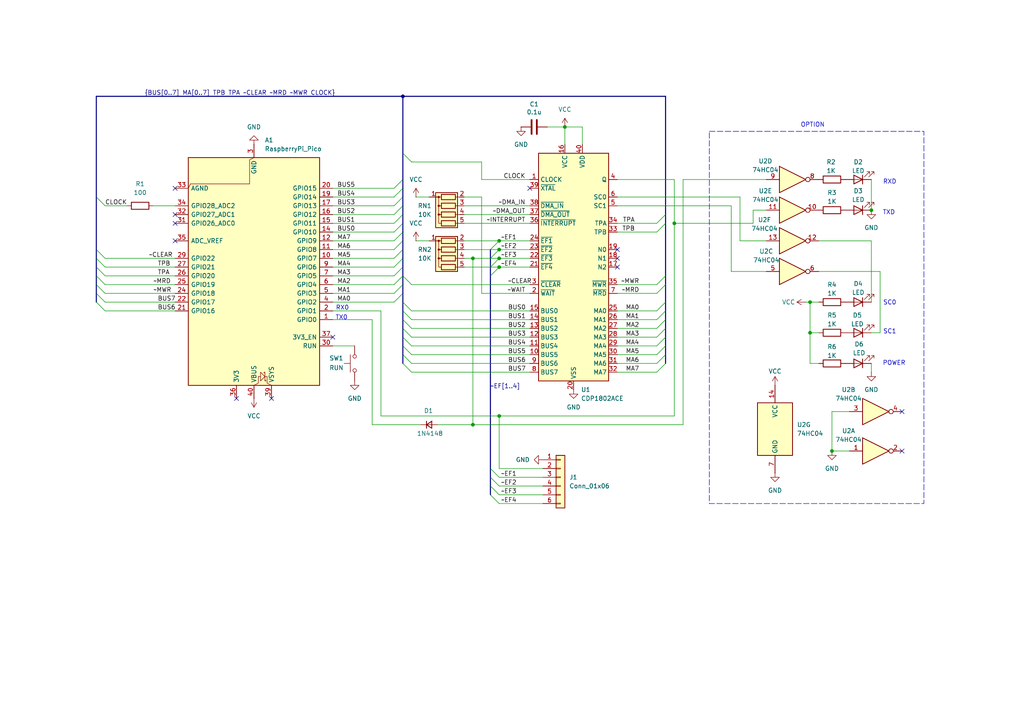
<source format=kicad_sch>
(kicad_sch (version 20250114) (generator "eeschema") (generator_version "9.0")
  (paper "A4")
  (title_block (title "Pico2MEMEmu_COSMAC") (date "2025-10-25") (rev "0.1") (company "kanpapa.com"))
  (lib_symbols
    (symbol "74xx:74HC04"
      (property "Reference" "U" (at 0 1.27 0))
      (property "Value" "74HC04" (at 0 -1.27 0))
      (symbol "74HC04_1_0"
        (polyline (pts (xy -3.81 3.81) (xy -3.81 -3.81) (xy 3.81 0) (xy -3.81 3.81)) (stroke (width 0.254)) (fill (type background)))
        (pin input line (at -7.62 0 0) (length 3.81) (name "~") (number "1"))
        (pin output inverted (at 7.62 0 180) (length 3.81) (name "~") (number "2"))
      )
      (symbol "74HC04_2_0"
        (polyline (pts (xy -3.81 3.81) (xy -3.81 -3.81) (xy 3.81 0) (xy -3.81 3.81)) (stroke (width 0.254)) (fill (type background)))
        (pin input line (at -7.62 0 0) (length 3.81) (name "~") (number "3"))
        (pin output inverted (at 7.62 0 180) (length 3.81) (name "~") (number "4"))
      )
      (symbol "74HC04_3_0"
        (polyline (pts (xy -3.81 3.81) (xy -3.81 -3.81) (xy 3.81 0) (xy -3.81 3.81)) (stroke (width 0.254)) (fill (type background)))
        (pin input line (at -7.62 0 0) (length 3.81) (name "~") (number "5"))
        (pin output inverted (at 7.62 0 180) (length 3.81) (name "~") (number "6"))
      )
      (symbol "74HC04_4_0"
        (polyline (pts (xy -3.81 3.81) (xy -3.81 -3.81) (xy 3.81 0) (xy -3.81 3.81)) (stroke (width 0.254)) (fill (type background)))
        (pin input line (at -7.62 0 0) (length 3.81) (name "~") (number "9"))
        (pin output inverted (at 7.62 0 180) (length 3.81) (name "~") (number "8"))
      )
      (symbol "74HC04_5_0"
        (polyline (pts (xy -3.81 3.81) (xy -3.81 -3.81) (xy 3.81 0) (xy -3.81 3.81)) (stroke (width 0.254)) (fill (type background)))
        (pin input line (at -7.62 0 0) (length 3.81) (name "~") (number "11"))
        (pin output inverted (at 7.62 0 180) (length 3.81) (name "~") (number "10"))
      )
      (symbol "74HC04_6_0"
        (polyline (pts (xy -3.81 3.81) (xy -3.81 -3.81) (xy 3.81 0) (xy -3.81 3.81)) (stroke (width 0.254)) (fill (type background)))
        (pin input line (at -7.62 0 0) (length 3.81) (name "~") (number "13"))
        (pin output inverted (at 7.62 0 180) (length 3.81) (name "~") (number "12"))
      )
      (symbol "74HC04_7_0"
        (pin power_in line (at 0 12.7 270) (length 5.08) (name "VCC") (number "14"))
        (pin power_in line (at 0 -12.7 90) (length 5.08) (name "GND") (number "7"))
      )
      (symbol "74HC04_7_1"
        (rectangle (start -5.08 7.62) (end 5.08 -7.62) (stroke (width 0.254)) (fill (type background)))
      )
    )
    (symbol "CPU:CDP1802ACE"
      (property "Reference" "U" (at -10.16 34.29 0))
      (property "Value" "CDP1802ACE" (at 3.81 34.29 0))
      (symbol "CDP1802ACE_0_1"
        (rectangle (start -10.16 33.02) (end 10.16 -33.02) (stroke (width 0.254)) (fill (type background)))
      )
      (symbol "CDP1802ACE_1_1"
        (pin input line (at -12.7 25.4 0) (length 2.54) (name "CLOCK") (number "1"))
        (pin output line (at -12.7 22.86 0) (length 2.54) (name "~{XTAL}") (number "39"))
        (pin input line (at -12.7 17.78 0) (length 2.54) (name "~{DMA_IN}") (number "38"))
        (pin input line (at -12.7 15.24 0) (length 2.54) (name "~{DMA_OUT}") (number "37"))
        (pin input line (at -12.7 12.7 0) (length 2.54) (name "~{INTERRUPT}") (number "36"))
        (pin input line (at -12.7 7.62 0) (length 2.54) (name "~{EF1}") (number "24"))
        (pin input line (at -12.7 5.08 0) (length 2.54) (name "~{EF2}") (number "23"))
        (pin input line (at -12.7 2.54 0) (length 2.54) (name "~{EF3}") (number "22"))
        (pin input line (at -12.7 0 0) (length 2.54) (name "~{EF4}") (number "21"))
        (pin input line (at -12.7 -5.08 0) (length 2.54) (name "~{CLEAR}") (number "3"))
        (pin input line (at -12.7 -7.62 0) (length 2.54) (name "~{WAIT}") (number "2"))
        (pin bidirectional line (at -12.7 -12.7 0) (length 2.54) (name "BUS0") (number "15"))
        (pin bidirectional line (at -12.7 -15.24 0) (length 2.54) (name "BUS1") (number "14"))
        (pin bidirectional line (at -12.7 -17.78 0) (length 2.54) (name "BUS2") (number "13"))
        (pin bidirectional line (at -12.7 -20.32 0) (length 2.54) (name "BUS3") (number "12"))
        (pin bidirectional line (at -12.7 -22.86 0) (length 2.54) (name "BUS4") (number "11"))
        (pin bidirectional line (at -12.7 -25.4 0) (length 2.54) (name "BUS5") (number "10"))
        (pin bidirectional line (at -12.7 -27.94 0) (length 2.54) (name "BUS6") (number "9"))
        (pin bidirectional line (at -12.7 -30.48 0) (length 2.54) (name "BUS7") (number "8"))
        (pin power_in line (at -2.54 35.56 270) (length 2.54) (name "VCC") (number "16"))
        (pin power_in line (at 0 -35.56 90) (length 2.54) (name "VSS") (number "20"))
        (pin power_in line (at 2.54 35.56 270) (length 2.54) (name "VDD") (number "40"))
        (pin output line (at 12.7 25.4 180) (length 2.54) (name "Q") (number "4"))
        (pin output line (at 12.7 20.32 180) (length 2.54) (name "SC0") (number "6"))
        (pin output line (at 12.7 17.78 180) (length 2.54) (name "SC1") (number "5"))
        (pin output line (at 12.7 12.7 180) (length 2.54) (name "TPA") (number "34"))
        (pin output line (at 12.7 10.16 180) (length 2.54) (name "TPB") (number "33"))
        (pin output line (at 12.7 5.08 180) (length 2.54) (name "N0") (number "19"))
        (pin output line (at 12.7 2.54 180) (length 2.54) (name "N1") (number "18"))
        (pin output line (at 12.7 0 180) (length 2.54) (name "N2") (number "17"))
        (pin output line (at 12.7 -5.08 180) (length 2.54) (name "~{MWR}") (number "35"))
        (pin output line (at 12.7 -7.62 180) (length 2.54) (name "~{MRD}") (number "7"))
        (pin output line (at 12.7 -12.7 180) (length 2.54) (name "MA0") (number "25"))
        (pin output line (at 12.7 -15.24 180) (length 2.54) (name "MA1") (number "26"))
        (pin output line (at 12.7 -17.78 180) (length 2.54) (name "MA2") (number "27"))
        (pin output line (at 12.7 -20.32 180) (length 2.54) (name "MA3") (number "28"))
        (pin output line (at 12.7 -22.86 180) (length 2.54) (name "MA4") (number "29"))
        (pin output line (at 12.7 -25.4 180) (length 2.54) (name "MA5") (number "30"))
        (pin output line (at 12.7 -27.94 180) (length 2.54) (name "MA6") (number "31"))
        (pin output line (at 12.7 -30.48 180) (length 2.54) (name "MA7") (number "32"))
      )
    )
    (symbol "Connector_Generic:Conn_01x06" (pin_names (offset 1.016) (hide yes))
      (property "Reference" "J" (at 0 7.62 0))
      (property "Value" "Conn_01x06" (at 0 -10.16 0))
      (symbol "Conn_01x06_1_1"
        (rectangle (start -1.27 6.35) (end 1.27 -8.89) (stroke (width 0.254)) (fill (type background)))
        (rectangle (start -1.27 5.207) (end 0 4.953) (stroke (width 0.1524)))
        (rectangle (start -1.27 2.667) (end 0 2.413) (stroke (width 0.1524)))
        (rectangle (start -1.27 0.127) (end 0 -0.127) (stroke (width 0.1524)))
        (rectangle (start -1.27 -2.413) (end 0 -2.667) (stroke (width 0.1524)))
        (rectangle (start -1.27 -4.953) (end 0 -5.207) (stroke (width 0.1524)))
        (rectangle (start -1.27 -7.493) (end 0 -7.747) (stroke (width 0.1524)))
        (pin passive line (at -5.08 5.08 0) (length 3.81) (name "Pin_1") (number "1"))
        (pin passive line (at -5.08 2.54 0) (length 3.81) (name "Pin_2") (number "2"))
        (pin passive line (at -5.08 0 0) (length 3.81) (name "Pin_3") (number "3"))
        (pin passive line (at -5.08 -2.54 0) (length 3.81) (name "Pin_4") (number "4"))
        (pin passive line (at -5.08 -5.08 0) (length 3.81) (name "Pin_5") (number "5"))
        (pin passive line (at -5.08 -7.62 0) (length 3.81) (name "Pin_6") (number "6"))
      )
    )
    (symbol "Device:C" (pin_numbers (hide yes)) (pin_names (offset 0.254))
      (property "Reference" "C" (at 0.635 2.54 0))
      (property "Value" "C" (at 0.635 -2.54 0))
      (symbol "C_0_1"
        (polyline (pts (xy -2.032 0.762) (xy 2.032 0.762)) (stroke (width 0.508)))
        (polyline (pts (xy -2.032 -0.762) (xy 2.032 -0.762)) (stroke (width 0.508)))
      )
      (symbol "C_1_1"
        (pin passive line (at 0 3.81 270) (length 2.794) (name "~") (number "1"))
        (pin passive line (at 0 -3.81 90) (length 2.794) (name "~") (number "2"))
      )
    )
    (symbol "Device:D_Small" (pin_numbers (hide yes)) (pin_names (offset 0.254) (hide yes))
      (property "Reference" "D" (at -1.27 2.032 0))
      (property "Value" "D_Small" (at -3.81 -2.032 0))
      (symbol "D_Small_0_1"
        (polyline (pts (xy -0.762 0) (xy 0.762 0)))
        (polyline (pts (xy -0.762 -1.016) (xy -0.762 1.016)) (stroke (width 0.254)))
        (polyline (pts (xy 0.762 -1.016) (xy -0.762 0) (xy 0.762 1.016) (xy 0.762 -1.016)) (stroke (width 0.254)))
      )
      (symbol "D_Small_1_1"
        (pin passive line (at -2.54 0 0) (length 1.778) (name "K") (number "1"))
        (pin passive line (at 2.54 0 180) (length 1.778) (name "A") (number "2"))
      )
    )
    (symbol "Device:LED" (pin_numbers (hide yes)) (pin_names (offset 1.016) (hide yes))
      (property "Reference" "D" (at 0 2.54 0))
      (property "Value" "LED" (at 0 -2.54 0))
      (symbol "LED_0_1"
        (polyline (pts (xy -3.048 -0.762) (xy -4.572 -2.286) (xy -3.81 -2.286) (xy -4.572 -2.286) (xy -4.572 -1.524)))
        (polyline (pts (xy -1.778 -0.762) (xy -3.302 -2.286) (xy -2.54 -2.286) (xy -3.302 -2.286) (xy -3.302 -1.524)))
        (polyline (pts (xy -1.27 0) (xy 1.27 0)))
        (polyline (pts (xy -1.27 -1.27) (xy -1.27 1.27)) (stroke (width 0.254)))
        (polyline (pts (xy 1.27 -1.27) (xy 1.27 1.27) (xy -1.27 0) (xy 1.27 -1.27)) (stroke (width 0.254)))
      )
      (symbol "LED_1_1"
        (pin passive line (at -3.81 0 0) (length 2.54) (name "K") (number "1"))
        (pin passive line (at 3.81 0 180) (length 2.54) (name "A") (number "2"))
      )
    )
    (symbol "Device:R" (pin_numbers (hide yes)) (pin_names (offset 0))
      (property "Reference" "R" (at 2.032 0 90))
      (property "Value" "R" (at 0 0 90))
      (symbol "R_0_1"
        (rectangle (start -1.016 -2.54) (end 1.016 2.54) (stroke (width 0.254)))
      )
      (symbol "R_1_1"
        (pin passive line (at 0 3.81 270) (length 1.27) (name "~") (number "1"))
        (pin passive line (at 0 -3.81 90) (length 1.27) (name "~") (number "2"))
      )
    )
    (symbol "Device:R_Network04" (pin_names (offset 0) (hide yes))
      (property "Reference" "RN" (at -7.62 0 90))
      (property "Value" "R_Network04" (at 5.08 0 90))
      (symbol "R_Network04_0_1"
        (rectangle (start -6.35 -3.175) (end 3.81 3.175) (stroke (width 0.254)) (fill (type background)))
        (rectangle (start -5.842 1.524) (end -4.318 -2.54) (stroke (width 0.254)))
        (circle (center -5.08 2.286) (radius 0.254) (fill (type outline)))
        (polyline (pts (xy -5.08 1.524) (xy -5.08 2.286) (xy -2.54 2.286) (xy -2.54 1.524)))
        (polyline (pts (xy -5.08 -2.54) (xy -5.08 -3.81)))
        (rectangle (start -3.302 1.524) (end -1.778 -2.54) (stroke (width 0.254)))
        (circle (center -2.54 2.286) (radius 0.254) (fill (type outline)))
        (polyline (pts (xy -2.54 1.524) (xy -2.54 2.286) (xy 0 2.286) (xy 0 1.524)))
        (polyline (pts (xy -2.54 -2.54) (xy -2.54 -3.81)))
        (rectangle (start -0.762 1.524) (end 0.762 -2.54) (stroke (width 0.254)))
        (circle (center 0 2.286) (radius 0.254) (fill (type outline)))
        (polyline (pts (xy 0 1.524) (xy 0 2.286) (xy 2.54 2.286) (xy 2.54 1.524)))
        (polyline (pts (xy 0 -2.54) (xy 0 -3.81)))
        (rectangle (start 1.778 1.524) (end 3.302 -2.54) (stroke (width 0.254)))
        (polyline (pts (xy 2.54 -2.54) (xy 2.54 -3.81)))
      )
      (symbol "R_Network04_1_1"
        (pin passive line (at -5.08 5.08 270) (length 2.54) (name "common") (number "1"))
        (pin passive line (at -5.08 -5.08 90) (length 1.27) (name "R1") (number "2"))
        (pin passive line (at -2.54 -5.08 90) (length 1.27) (name "R2") (number "3"))
        (pin passive line (at 0 -5.08 90) (length 1.27) (name "R3") (number "4"))
        (pin passive line (at 2.54 -5.08 90) (length 1.27) (name "R4") (number "5"))
      )
    )
    (symbol "GND_1" (power) (pin_numbers (hide yes)) (pin_names (offset 0) (hide yes))
      (property "Value" "GND" (at 0 -3.81 0))
      (symbol "GND_1_0_1"
        (polyline (pts (xy 0 0) (xy 0 -1.27) (xy 1.27 -1.27) (xy 0 -2.54) (xy -1.27 -1.27) (xy 0 -1.27)))
      )
      (symbol "GND_1_1_1"
        (pin power_in line (at 0 0 270) (length 0) (name "~") (number "1"))
      )
    )
    (symbol "GND_3" (power) (pin_numbers (hide yes)) (pin_names (offset 0) (hide yes))
      (property "Value" "GND" (at 0 -3.81 0))
      (symbol "GND_3_0_1"
        (polyline (pts (xy 0 0) (xy 0 -1.27) (xy 1.27 -1.27) (xy 0 -2.54) (xy -1.27 -1.27) (xy 0 -1.27)))
      )
      (symbol "GND_3_1_1"
        (pin power_in line (at 0 0 270) (length 0) (name "~") (number "1"))
      )
    )
    (symbol "MCU_Module:RaspberryPi_Pico" (pin_names (offset 0.762))
      (property "Reference" "A" (at -19.05 35.56 0))
      (property "Value" "RaspberryPi_Pico" (at 7.62 35.56 0))
      (symbol "RaspberryPi_Pico_0_1"
        (rectangle (start -19.05 34.29) (end 19.05 -31.75) (stroke (width 0.254)) (fill (type background)))
        (polyline (pts (xy -5.08 34.29) (xy -3.81 33.655) (xy -3.81 31.75) (xy -3.175 31.75)))
        (polyline (pts (xy -3.429 32.766) (xy -3.429 33.02) (xy -3.175 33.02) (xy -3.175 30.48) (xy -2.921 30.48) (xy -2.921 30.734)))
        (polyline (pts (xy -3.175 31.75) (xy -1.905 33.02) (xy -1.905 30.48) (xy -3.175 31.75)))
        (polyline (pts (xy 0 34.29) (xy -1.27 33.655) (xy -1.27 31.75) (xy -1.905 31.75)))
        (polyline (pts (xy 0 -31.75) (xy 1.27 -31.115) (xy 1.27 -24.13) (xy 18.415 -24.13) (xy 19.05 -22.86)))
      )
      (symbol "RaspberryPi_Pico_1_1"
        (pin passive line (at -22.86 22.86 0) (length 3.81) (name "RUN") (number "30"))
        (pin passive line (at -22.86 20.32 0) (length 3.81) (name "3V3_EN") (number "37"))
        (pin bidirectional line (at -22.86 15.24 0) (length 3.81) (name "GPIO0") (number "1"))
        (pin bidirectional line (at -22.86 12.7 0) (length 3.81) (name "GPIO1") (number "2"))
        (pin bidirectional line (at -22.86 10.16 0) (length 3.81) (name "GPIO2") (number "4"))
        (pin bidirectional line (at -22.86 7.62 0) (length 3.81) (name "GPIO3") (number "5"))
        (pin bidirectional line (at -22.86 5.08 0) (length 3.81) (name "GPIO4") (number "6"))
        (pin bidirectional line (at -22.86 2.54 0) (length 3.81) (name "GPIO5") (number "7"))
        (pin bidirectional line (at -22.86 0 0) (length 3.81) (name "GPIO6") (number "9"))
        (pin bidirectional line (at -22.86 -2.54 0) (length 3.81) (name "GPIO7") (number "10"))
        (pin bidirectional line (at -22.86 -5.08 0) (length 3.81) (name "GPIO8") (number "11"))
        (pin bidirectional line (at -22.86 -7.62 0) (length 3.81) (name "GPIO9") (number "12"))
        (pin bidirectional line (at -22.86 -10.16 0) (length 3.81) (name "GPIO10") (number "14"))
        (pin bidirectional line (at -22.86 -12.7 0) (length 3.81) (name "GPIO11") (number "15"))
        (pin bidirectional line (at -22.86 -15.24 0) (length 3.81) (name "GPIO12") (number "16"))
        (pin bidirectional line (at -22.86 -17.78 0) (length 3.81) (name "GPIO13") (number "17"))
        (pin bidirectional line (at -22.86 -20.32 0) (length 3.81) (name "GPIO14") (number "19"))
        (pin bidirectional line (at -22.86 -22.86 0) (length 3.81) (name "GPIO15") (number "20"))
        (pin power_in line (at -5.08 38.1 270) (length 3.81) (name "VSYS") (number "39"))
        (pin power_out line (at 0 38.1 270) (length 3.81) (name "VBUS") (number "40"))
        (pin passive line (at 0 -35.56 90) (length 3.81) (hide yes) (name "GND") (number "13"))
        (pin passive line (at 0 -35.56 90) (length 3.81) (hide yes) (name "GND") (number "18"))
        (pin passive line (at 0 -35.56 90) (length 3.81) (hide yes) (name "GND") (number "23"))
        (pin passive line (at 0 -35.56 90) (length 3.81) (hide yes) (name "GND") (number "28"))
        (pin power_out line (at 0 -35.56 90) (length 3.81) (name "GND") (number "3"))
        (pin passive line (at 0 -35.56 90) (length 3.81) (hide yes) (name "GND") (number "38"))
        (pin passive line (at 0 -35.56 90) (length 3.81) (hide yes) (name "GND") (number "8"))
        (pin power_out line (at 5.08 38.1 270) (length 3.81) (name "3V3") (number "36"))
        (pin bidirectional line (at 22.86 12.7 180) (length 3.81) (name "GPIO16") (number "21"))
        (pin bidirectional line (at 22.86 10.16 180) (length 3.81) (name "GPIO17") (number "22"))
        (pin bidirectional line (at 22.86 7.62 180) (length 3.81) (name "GPIO18") (number "24"))
        (pin bidirectional line (at 22.86 5.08 180) (length 3.81) (name "GPIO19") (number "25"))
        (pin bidirectional line (at 22.86 2.54 180) (length 3.81) (name "GPIO20") (number "26"))
        (pin bidirectional line (at 22.86 0 180) (length 3.81) (name "GPIO21") (number "27"))
        (pin bidirectional line (at 22.86 -2.54 180) (length 3.81) (name "GPIO22") (number "29"))
        (pin power_in line (at 22.86 -7.62 180) (length 3.81) (name "ADC_VREF") (number "35"))
        (pin bidirectional line (at 22.86 -12.7 180) (length 3.81) (name "GPIO26_ADC0") (number "31"))
        (pin bidirectional line (at 22.86 -15.24 180) (length 3.81) (name "GPIO27_ADC1") (number "32"))
        (pin bidirectional line (at 22.86 -17.78 180) (length 3.81) (name "GPIO28_ADC2") (number "34"))
        (pin power_out line (at 22.86 -22.86 180) (length 3.81) (name "AGND") (number "33"))
      )
    )
    (symbol "Switch:SW_Push" (pin_numbers (hide yes)) (pin_names (offset 1.016) (hide yes))
      (property "Reference" "SW" (at 1.27 2.54 0))
      (property "Value" "SW_Push" (at 0 -1.524 0))
      (symbol "SW_Push_0_1"
        (circle (center -2.032 0) (radius 0.508))
        (polyline (pts (xy 0 1.27) (xy 0 3.048)))
        (circle (center 2.032 0) (radius 0.508))
        (polyline (pts (xy 2.54 1.27) (xy -2.54 1.27)))
        (pin passive line (at -5.08 0 0) (length 2.54) (name "1") (number "1"))
        (pin passive line (at 5.08 0 180) (length 2.54) (name "2") (number "2"))
      )
    )
    (symbol "VCC_1" (power) (pin_numbers (hide yes)) (pin_names (offset 0) (hide yes))
      (property "Value" "VCC" (at 0 3.556 0))
      (symbol "VCC_1_0_1"
        (polyline (pts (xy -0.762 1.27) (xy 0 2.54)))
        (polyline (pts (xy 0 2.54) (xy 0.762 1.27)))
        (polyline (pts (xy 0 0) (xy 0 2.54)))
      )
      (symbol "VCC_1_1_1"
        (pin power_in line (at 0 0 90) (length 0) (name "~") (number "1"))
      )
    )
    (symbol "power:GND" (power) (pin_numbers (hide yes)) (pin_names (offset 0) (hide yes))
      (property "Value" "GND" (at 0 -3.81 0))
      (symbol "GND_0_1"
        (polyline (pts (xy 0 0) (xy 0 -1.27) (xy 1.27 -1.27) (xy 0 -2.54) (xy -1.27 -1.27) (xy 0 -1.27)))
      )
      (symbol "GND_1_1"
        (pin power_in line (at 0 0 270) (length 0) (name "~") (number "1"))
      )
    )
    (symbol "power:VCC" (power) (pin_numbers (hide yes)) (pin_names (offset 0) (hide yes))
      (property "Value" "VCC" (at 0 3.556 0))
      (symbol "VCC_0_1"
        (polyline (pts (xy -0.762 1.27) (xy 0 2.54)))
        (polyline (pts (xy 0 2.54) (xy 0.762 1.27)))
        (polyline (pts (xy 0 0) (xy 0 2.54)))
      )
      (symbol "VCC_1_1"
        (pin power_in line (at 0 0 90) (length 0) (name "~") (number "1"))
      )
    )
  )
  (rectangle (start 205.74 38.1) (end 267.97 146.05) (stroke (width 0) (type dash)))
  (text "SC1" (at 258.064 96.266 0) (effects (font (size 1.27 1.27))))
  (text "RX0" (at 99.314 89.408 0) (effects (font (size 1.27 1.27))))
  (text "TXD" (at 257.81 61.722 0) (effects (font (size 1.27 1.27))))
  (text "TX0" (at 99.06 92.202 0) (effects (font (size 1.27 1.27))))
  (text "OPTION" (at 235.712 36.322 0) (effects (font (size 1.27 1.27))))
  (text "POWER" (at 259.334 105.41 0) (effects (font (size 1.27 1.27))))
  (text "RXD" (at 258.064 52.832 0) (effects (font (size 1.27 1.27))))
  (text "SC0" (at 258.064 87.884 0) (effects (font (size 1.27 1.27))))
  (junction (at 144.78 74.93))
  (junction (at 252.73 60.96))
  (junction (at 195.58 64.77))
  (junction (at 163.83 36.83))
  (junction (at 144.78 77.47))
  (junction (at 137.16 74.93))
  (junction (at 144.78 120.65))
  (junction (at 241.3 130.81))
  (junction (at 234.95 87.63))
  (junction (at 234.95 96.52))
  (junction (at 144.78 69.85))
  (junction (at 137.16 123.19))
  (junction (at 144.78 72.39))
  (junction (at 116.84 27.94))
  (no_connect (at 153.67 54.61))
  (no_connect (at 261.62 130.81))
  (no_connect (at 78.74 115.57))
  (no_connect (at 50.8 69.85))
  (no_connect (at 68.58 115.57))
  (no_connect (at 179.07 72.39))
  (no_connect (at 179.07 77.47))
  (no_connect (at 50.8 64.77))
  (no_connect (at 179.07 74.93))
  (no_connect (at 96.52 97.79))
  (no_connect (at 261.62 119.38))
  (no_connect (at 50.8 62.23))
  (no_connect (at 50.8 54.61))
  (bus_entry (at 27.94 77.47) (size 2.54 2.54))
  (bus_entry (at 116.84 62.23) (size -2.54 2.54))
  (bus_entry (at 27.94 85.09) (size 2.54 2.54))
  (bus_entry (at 190.5 85.09) (size 2.54 -2.54))
  (bus_entry (at 142.24 135.89) (size 2.54 2.54))
  (bus_entry (at 27.94 82.55) (size 2.54 2.54))
  (bus_entry (at 119.38 97.79) (size -2.54 -2.54))
  (bus_entry (at 116.84 87.63) (size 2.54 2.54))
  (bus_entry (at 116.84 44.45) (size 2.54 2.54))
  (bus_entry (at 142.24 138.43) (size 2.54 2.54))
  (bus_entry (at 119.38 102.87) (size -2.54 -2.54))
  (bus_entry (at 27.94 80.01) (size 2.54 2.54))
  (bus_entry (at 116.84 80.01) (size -2.54 2.54))
  (bus_entry (at 119.38 105.41) (size -2.54 -2.54))
  (bus_entry (at 190.5 92.71) (size 2.54 -2.54))
  (bus_entry (at 116.84 74.93) (size -2.54 2.54))
  (bus_entry (at 190.5 64.77) (size 2.54 -2.54))
  (bus_entry (at 114.3 59.69) (size 2.54 -2.54))
  (bus_entry (at 142.24 143.51) (size 2.54 2.54))
  (bus_entry (at 116.84 59.69) (size -2.54 2.54))
  (bus_entry (at 116.84 85.09) (size -2.54 2.54))
  (bus_entry (at 142.24 80.01) (size 2.54 -2.54))
  (bus_entry (at 119.38 95.25) (size -2.54 -2.54))
  (bus_entry (at 190.5 100.33) (size 2.54 -2.54))
  (bus_entry (at 190.5 105.41) (size 2.54 -2.54))
  (bus_entry (at 116.84 77.47) (size -2.54 2.54))
  (bus_entry (at 116.84 52.07) (size -2.54 2.54))
  (bus_entry (at 27.94 57.15) (size 2.54 2.54))
  (bus_entry (at 116.84 82.55) (size -2.54 2.54))
  (bus_entry (at 119.38 100.33) (size -2.54 -2.54))
  (bus_entry (at 190.5 82.55) (size 2.54 -2.54))
  (bus_entry (at 116.84 64.77) (size -2.54 2.54))
  (bus_entry (at 142.24 74.93) (size 2.54 -2.54))
  (bus_entry (at 116.84 54.61) (size -2.54 2.54))
  (bus_entry (at 190.5 107.95) (size 2.54 -2.54))
  (bus_entry (at 190.5 95.25) (size 2.54 -2.54))
  (bus_entry (at 142.24 140.97) (size 2.54 2.54))
  (bus_entry (at 142.24 72.39) (size 2.54 -2.54))
  (bus_entry (at 114.3 72.39) (size 2.54 -2.54))
  (bus_entry (at 27.94 74.93) (size 2.54 2.54))
  (bus_entry (at 190.5 97.79) (size 2.54 -2.54))
  (bus_entry (at 27.94 87.63) (size 2.54 2.54))
  (bus_entry (at 119.38 82.55) (size -2.54 -2.54))
  (bus_entry (at 27.94 72.39) (size 2.54 2.54))
  (bus_entry (at 190.5 102.87) (size 2.54 -2.54))
  (bus_entry (at 190.5 67.31) (size 2.54 -2.54))
  (bus_entry (at 119.38 107.95) (size -2.54 -2.54))
  (bus_entry (at 190.5 90.17) (size 2.54 -2.54))
  (bus_entry (at 116.84 67.31) (size -2.54 2.54))
  (bus_entry (at 116.84 72.39) (size -2.54 2.54))
  (bus_entry (at 142.24 77.47) (size 2.54 -2.54))
  (bus_entry (at 119.38 92.71) (size -2.54 -2.54))
  (wire (pts (xy 168.91 36.83) (xy 168.91 41.91)))
  (bus (pts (xy 116.84 87.63) (xy 116.84 90.17)))
  (wire (pts (xy 241.3 130.81) (xy 246.38 130.81)))
  (bus (pts (xy 142.24 135.89) (xy 142.24 138.43)))
  (bus (pts (xy 116.84 77.47) (xy 116.84 74.93)))
  (wire (pts (xy 163.83 36.83) (xy 168.91 36.83)))
  (bus (pts (xy 193.04 62.23) (xy 193.04 64.77)))
  (wire (pts (xy 119.38 95.25) (xy 153.67 95.25)))
  (bus (pts (xy 142.24 80.01) (xy 142.24 135.89)))
  (wire (pts (xy 119.38 102.87) (xy 153.67 102.87)))
  (bus (pts (xy 27.94 77.47) (xy 27.94 80.01)))
  (wire (pts (xy 237.49 78.74) (xy 255.27 78.74)))
  (wire (pts (xy 96.52 64.77) (xy 114.3 64.77)))
  (bus (pts (xy 142.24 140.97) (xy 142.24 143.51)))
  (wire (pts (xy 134.62 77.47) (xy 142.24 77.47)))
  (bus (pts (xy 116.84 97.79) (xy 116.84 95.25)))
  (wire (pts (xy 119.38 100.33) (xy 153.67 100.33)))
  (bus (pts (xy 142.24 77.47) (xy 142.24 80.01)))
  (wire (pts (xy 110.49 120.65) (xy 110.49 90.17)))
  (wire (pts (xy 179.07 64.77) (xy 190.5 64.77)))
  (wire (pts (xy 218.44 64.77) (xy 218.44 60.96)))
  (wire (pts (xy 134.62 59.69) (xy 153.67 59.69)))
  (wire (pts (xy 142.24 72.39) (xy 144.78 72.39)))
  (wire (pts (xy 30.48 87.63) (xy 50.8 87.63)))
  (wire (pts (xy 212.09 59.69) (xy 212.09 78.74)))
  (wire (pts (xy 144.78 77.47) (xy 153.67 77.47)))
  (bus (pts (xy 116.84 95.25) (xy 116.84 92.71)))
  (wire (pts (xy 195.58 64.77) (xy 195.58 120.65)))
  (wire (pts (xy 234.95 87.63) (xy 234.95 96.52)))
  (wire (pts (xy 30.48 59.69) (xy 36.83 59.69)))
  (bus (pts (xy 193.04 82.55) (xy 193.04 87.63)))
  (wire (pts (xy 252.73 69.85) (xy 252.73 87.63)))
  (wire (pts (xy 96.52 92.71) (xy 107.95 92.71)))
  (wire (pts (xy 190.5 90.17) (xy 179.07 90.17)))
  (bus (pts (xy 193.04 100.33) (xy 193.04 102.87)))
  (wire (pts (xy 195.58 52.07) (xy 195.58 64.77)))
  (wire (pts (xy 237.49 69.85) (xy 252.73 69.85)))
  (wire (pts (xy 119.38 46.99) (xy 139.7 46.99)))
  (wire (pts (xy 139.7 52.07) (xy 139.7 46.99)))
  (wire (pts (xy 252.73 52.07) (xy 252.73 60.96)))
  (wire (pts (xy 144.78 143.51) (xy 157.48 143.51)))
  (wire (pts (xy 144.78 74.93) (xy 153.67 74.93)))
  (wire (pts (xy 134.62 64.77) (xy 153.67 64.77)))
  (bus (pts (xy 193.04 27.94) (xy 193.04 62.23)))
  (wire (pts (xy 119.38 82.55) (xy 153.67 82.55)))
  (bus (pts (xy 116.84 54.61) (xy 116.84 57.15)))
  (wire (pts (xy 110.49 90.17) (xy 96.52 90.17)))
  (bus (pts (xy 27.94 85.09) (xy 27.94 87.63)))
  (wire (pts (xy 144.78 135.89) (xy 144.78 120.65)))
  (wire (pts (xy 163.83 36.83) (xy 163.83 41.91)))
  (wire (pts (xy 119.38 107.95) (xy 153.67 107.95)))
  (wire (pts (xy 255.27 78.74) (xy 255.27 96.52)))
  (wire (pts (xy 179.07 67.31) (xy 190.5 67.31)))
  (wire (pts (xy 139.7 85.09) (xy 153.67 85.09)))
  (bus (pts (xy 27.94 57.15) (xy 27.94 72.39)))
  (wire (pts (xy 44.45 59.69) (xy 50.8 59.69)))
  (bus (pts (xy 116.84 69.85) (xy 116.84 67.31)))
  (bus (pts (xy 116.84 52.07) (xy 116.84 54.61)))
  (bus (pts (xy 116.84 27.94) (xy 116.84 44.45)))
  (wire (pts (xy 234.95 105.41) (xy 237.49 105.41)))
  (bus (pts (xy 193.04 64.77) (xy 193.04 80.01)))
  (wire (pts (xy 96.52 72.39) (xy 114.3 72.39)))
  (wire (pts (xy 214.63 57.15) (xy 214.63 69.85)))
  (bus (pts (xy 27.94 27.94) (xy 27.94 57.15)))
  (wire (pts (xy 212.09 78.74) (xy 222.25 78.74)))
  (wire (pts (xy 134.62 62.23) (xy 153.67 62.23)))
  (wire (pts (xy 96.52 85.09) (xy 114.3 85.09)))
  (wire (pts (xy 198.12 52.07) (xy 198.12 123.19)))
  (wire (pts (xy 179.07 57.15) (xy 214.63 57.15)))
  (bus (pts (xy 116.84 27.94) (xy 193.04 27.94)))
  (wire (pts (xy 30.48 80.01) (xy 50.8 80.01)))
  (wire (pts (xy 144.78 140.97) (xy 157.48 140.97)))
  (wire (pts (xy 137.16 74.93) (xy 142.24 74.93)))
  (wire (pts (xy 157.48 135.89) (xy 144.78 135.89)))
  (wire (pts (xy 134.62 57.15) (xy 139.7 57.15)))
  (wire (pts (xy 252.73 105.41) (xy 252.73 107.95)))
  (wire (pts (xy 153.67 52.07) (xy 139.7 52.07)))
  (wire (pts (xy 190.5 100.33) (xy 179.07 100.33)))
  (wire (pts (xy 163.83 36.83) (xy 158.75 36.83)))
  (wire (pts (xy 96.52 74.93) (xy 114.3 74.93)))
  (wire (pts (xy 96.52 69.85) (xy 114.3 69.85)))
  (bus (pts (xy 193.04 92.71) (xy 193.04 90.17)))
  (bus (pts (xy 116.84 102.87) (xy 116.84 100.33)))
  (wire (pts (xy 137.16 74.93) (xy 134.62 74.93)))
  (wire (pts (xy 190.5 95.25) (xy 179.07 95.25)))
  (bus (pts (xy 116.84 27.94) (xy 27.94 27.94)))
  (wire (pts (xy 96.52 59.69) (xy 114.3 59.69)))
  (wire (pts (xy 96.52 57.15) (xy 114.3 57.15)))
  (wire (pts (xy 234.95 87.63) (xy 237.49 87.63)))
  (wire (pts (xy 144.78 72.39) (xy 153.67 72.39)))
  (wire (pts (xy 119.38 90.17) (xy 153.67 90.17)))
  (wire (pts (xy 246.38 119.38) (xy 241.3 119.38)))
  (wire (pts (xy 30.48 82.55) (xy 50.8 82.55)))
  (bus (pts (xy 193.04 95.25) (xy 193.04 97.79)))
  (bus (pts (xy 116.84 44.45) (xy 116.84 52.07)))
  (wire (pts (xy 144.78 69.85) (xy 153.67 69.85)))
  (bus (pts (xy 116.84 67.31) (xy 116.84 64.77)))
  (wire (pts (xy 179.07 85.09) (xy 190.5 85.09)))
  (wire (pts (xy 30.48 74.93) (xy 50.8 74.93)))
  (wire (pts (xy 179.07 52.07) (xy 195.58 52.07)))
  (wire (pts (xy 124.46 57.15) (xy 120.65 57.15)))
  (wire (pts (xy 218.44 60.96) (xy 222.25 60.96)))
  (wire (pts (xy 255.27 96.52) (xy 252.73 96.52)))
  (bus (pts (xy 27.94 74.93) (xy 27.94 77.47)))
  (bus (pts (xy 27.94 72.39) (xy 27.94 74.93)))
  (bus (pts (xy 116.84 74.93) (xy 116.84 72.39)))
  (wire (pts (xy 222.25 52.07) (xy 198.12 52.07)))
  (bus (pts (xy 142.24 138.43) (xy 142.24 140.97)))
  (wire (pts (xy 214.63 69.85) (xy 222.25 69.85)))
  (bus (pts (xy 142.24 74.93) (xy 142.24 77.47)))
  (wire (pts (xy 142.24 74.93) (xy 144.78 74.93)))
  (wire (pts (xy 179.07 59.69) (xy 212.09 59.69)))
  (wire (pts (xy 234.95 96.52) (xy 237.49 96.52)))
  (bus (pts (xy 116.84 82.55) (xy 116.84 80.01)))
  (bus (pts (xy 142.24 72.39) (xy 142.24 74.93)))
  (wire (pts (xy 144.78 146.05) (xy 157.48 146.05)))
  (wire (pts (xy 96.52 87.63) (xy 114.3 87.63)))
  (wire (pts (xy 233.68 87.63) (xy 234.95 87.63)))
  (wire (pts (xy 190.5 105.41) (xy 179.07 105.41)))
  (bus (pts (xy 193.04 80.01) (xy 193.04 82.55)))
  (wire (pts (xy 198.12 123.19) (xy 137.16 123.19)))
  (wire (pts (xy 30.48 85.09) (xy 50.8 85.09)))
  (bus (pts (xy 116.84 100.33) (xy 116.84 97.79)))
  (wire (pts (xy 142.24 77.47) (xy 144.78 77.47)))
  (wire (pts (xy 144.78 120.65) (xy 110.49 120.65)))
  (wire (pts (xy 120.65 69.85) (xy 124.46 69.85)))
  (wire (pts (xy 190.5 92.71) (xy 179.07 92.71)))
  (bus (pts (xy 116.84 80.01) (xy 116.84 77.47)))
  (wire (pts (xy 190.5 107.95) (xy 179.07 107.95)))
  (bus (pts (xy 27.94 80.01) (xy 27.94 82.55)))
  (bus (pts (xy 193.04 97.79) (xy 193.04 100.33)))
  (wire (pts (xy 96.52 77.47) (xy 114.3 77.47)))
  (wire (pts (xy 119.38 92.71) (xy 153.67 92.71)))
  (bus (pts (xy 116.84 105.41) (xy 116.84 102.87)))
  (wire (pts (xy 139.7 57.15) (xy 139.7 85.09)))
  (bus (pts (xy 116.84 59.69) (xy 116.84 62.23)))
  (wire (pts (xy 234.95 96.52) (xy 234.95 105.41)))
  (bus (pts (xy 116.84 62.23) (xy 116.84 64.77)))
  (wire (pts (xy 96.52 80.01) (xy 114.3 80.01)))
  (wire (pts (xy 241.3 119.38) (xy 241.3 130.81)))
  (wire (pts (xy 134.62 69.85) (xy 144.78 69.85)))
  (wire (pts (xy 137.16 74.93) (xy 137.16 123.19)))
  (wire (pts (xy 30.48 77.47) (xy 50.8 77.47)))
  (wire (pts (xy 190.5 102.87) (xy 179.07 102.87)))
  (wire (pts (xy 96.52 82.55) (xy 114.3 82.55)))
  (wire (pts (xy 119.38 97.79) (xy 153.67 97.79)))
  (wire (pts (xy 96.52 54.61) (xy 114.3 54.61)))
  (bus (pts (xy 116.84 85.09) (xy 116.84 82.55)))
  (bus (pts (xy 116.84 85.09) (xy 116.84 87.63)))
  (wire (pts (xy 107.95 92.71) (xy 107.95 123.19)))
  (wire (pts (xy 134.62 72.39) (xy 142.24 72.39)))
  (wire (pts (xy 102.87 100.33) (xy 96.52 100.33)))
  (bus (pts (xy 27.94 82.55) (xy 27.94 85.09)))
  (wire (pts (xy 96.52 67.31) (xy 114.3 67.31)))
  (wire (pts (xy 107.95 123.19) (xy 121.92 123.19)))
  (bus (pts (xy 193.04 92.71) (xy 193.04 95.25)))
  (wire (pts (xy 96.52 62.23) (xy 114.3 62.23)))
  (wire (pts (xy 137.16 123.19) (xy 127 123.19)))
  (bus (pts (xy 193.04 90.17) (xy 193.04 87.63)))
  (bus (pts (xy 116.84 57.15) (xy 116.84 59.69)))
  (bus (pts (xy 116.84 72.39) (xy 116.84 69.85)))
  (wire (pts (xy 179.07 82.55) (xy 190.5 82.55)))
  (wire (pts (xy 190.5 97.79) (xy 179.07 97.79)))
  (wire (pts (xy 195.58 64.77) (xy 218.44 64.77)))
  (wire (pts (xy 119.38 105.41) (xy 153.67 105.41)))
  (wire (pts (xy 144.78 138.43) (xy 157.48 138.43)))
  (bus (pts (xy 116.84 92.71) (xy 116.84 90.17)))
  (wire (pts (xy 30.48 90.17) (xy 50.8 90.17)))
  (bus (pts (xy 193.04 102.87) (xy 193.04 105.41)))
  (wire (pts (xy 195.58 120.65) (xy 144.78 120.65)))
  (label "MA0" (at 185.42 90.17 180))
  (label "CLOCK" (at 30.48 59.69 0))
  (label "MA4" (at 97.79 77.47 0))
  (label "BUS2" (at 97.79 62.23 0))
  (label "~INTERRUPT" (at 152.4 64.77 180))
  (label "BUS6" (at 147.32 105.41 0))
  (label "BUS1" (at 97.79 64.77 0))
  (label "~MRD" (at 44.45 82.55 0))
  (label "MA2" (at 185.42 95.25 180))
  (label "BUS0" (at 147.32 90.17 0))
  (label "BUS3" (at 97.79 59.69 0))
  (label "BUS1" (at 147.32 92.71 0))
  (label "BUS6" (at 45.72 90.17 0))
  (label "~EF4" (at 149.86 146.05 180))
  (label "~EF3" (at 149.86 143.51 180))
  (label "~MRD" (at 185.42 85.09 180))
  (label "MA5" (at 185.42 102.87 180))
  (label "MA6" (at 97.79 72.39 0))
  (label "~CLEAR" (at 43.18 74.93 0))
  (label "~EF4" (at 149.86 77.47 180))
  (label "BUS4" (at 147.32 100.33 0))
  (label "~CLEAR" (at 147.32 82.55 0))
  (label "~MWR" (at 44.45 85.09 0))
  (label "MA2" (at 97.79 82.55 0))
  (label "MA7" (at 97.79 69.85 0))
  (label "BUS3" (at 147.32 97.79 0))
  (label "BUS2" (at 147.32 95.25 0))
  (label "MA7" (at 185.42 107.95 180))
  (label "MA1" (at 97.79 85.09 0))
  (label "MA5" (at 97.79 74.93 0))
  (label "MA3" (at 97.79 80.01 0))
  (label "TPB" (at 184.15 67.31 180))
  (label "~EF2" (at 149.86 72.39 180))
  (label "BUS4" (at 97.79 57.15 0))
  (label "~EF[1..4]" (at 142.24 113.03 0))
  (label "BUS7" (at 147.32 107.95 0))
  (label "~EF1" (at 149.86 138.43 180))
  (label "MA4" (at 185.42 100.33 180))
  (label "{BUS[0..7] MA[0..7] TPB TPA ~CLEAR ~MRD ~MWR CLOCK}" (at 41.91 27.94 0))
  (label "TPA" (at 45.72 80.01 0))
  (label "~MWR" (at 185.42 82.55 180))
  (label "BUS0" (at 97.79 67.31 0))
  (label "CLOCK" (at 152.4 52.07 180))
  (label "BUS5" (at 97.79 54.61 0))
  (label "~EF3" (at 149.86 74.93 180))
  (label "BUS5" (at 147.32 102.87 0))
  (label "TPB" (at 45.72 77.47 0))
  (label "BUS7" (at 45.72 87.63 0))
  (label "~WAIT" (at 152.4 85.09 180))
  (label "~DMA_IN" (at 152.4 59.69 180))
  (label "MA6" (at 185.42 105.41 180))
  (label "TPA" (at 184.15 64.77 180))
  (label "~EF2" (at 149.86 140.97 180))
  (label "MA3" (at 185.42 97.79 180))
  (label "~EF1" (at 149.86 69.85 180))
  (label "~DMA_OUT" (at 152.4 62.23 180))
  (label "MA1" (at 185.42 92.71 180))
  (label "MA0" (at 97.79 87.63 0))
  (symbol (lib_id "Device:R_Network04") (at 129.54 74.93 90) (mirror x) (unit 1)
    (property "Reference" "RN2" (at 123.19 72.39 90))
    (property "Value" "10K" (at 123.19 74.93 90))
    (property "Footprint" "Resistor_THT:R_Array_SIP5" (effects (hide yes)))
    (property "Datasheet" "http://www.vishay.com/docs/31509/csc.pdf" (effects (hide yes)))
  )
  (symbol (lib_id "Device:R") (at 241.3 96.52 90) (unit 1)
    (property "Reference" "R5" (at 241.3 91.44 90))
    (property "Value" "1K" (at 241.3 93.98 90))
    (property "Footprint" "Resistor_SMD:R_0603_1608Metric" (effects (hide yes)))
    (property "Description" "Resistor" (effects (hide yes)))
  )
  (symbol (lib_id "Device:C") (at 154.94 36.83 270) (mirror x) (unit 1)
    (property "Reference" "C1" (at 154.94 30.226 90))
    (property "Value" "0.1u" (at 154.94 32.512 90))
    (property "Footprint" "Capacitor_THT:C_Disc_D3.0mm_W1.6mm_P2.50mm" (effects (hide yes)))
  )
  (symbol (lib_id "74xx:74HC04") (at 229.87 69.85 0) (unit 6)
    (property "Reference" "U2" (at 221.742 63.754 0))
    (property "Value" "74HC04" (at 221.742 66.294 0))
    (property "Footprint" "Package_SO:SO-14_5.3x10.2mm_P1.27mm" (effects (hide yes)))
    (property "Datasheet" "https://assets.nexperia.com/documents/data-sheet/74HC_HCT04.pdf" (effects (hide yes)))
    (property "Description" "Hex Inverter" (effects (hide yes)))
  )
  (symbol (lib_id "74xx:74HC04") (at 229.87 52.07 0) (unit 4)
    (property "Reference" "U2" (at 221.996 46.736 0))
    (property "Value" "74HC04" (at 221.996 49.276 0))
    (property "Footprint" "Package_SO:SO-14_5.3x10.2mm_P1.27mm" (effects (hide yes)))
    (property "Datasheet" "https://assets.nexperia.com/documents/data-sheet/74HC_HCT04.pdf" (effects (hide yes)))
    (property "Description" "Hex Inverter" (effects (hide yes)))
  )
  (symbol (lib_id "Device:R") (at 241.3 60.96 90) (unit 1)
    (property "Reference" "R3" (at 241.3 55.88 90))
    (property "Value" "1K" (at 241.3 58.42 90))
    (property "Footprint" "Resistor_SMD:R_0603_1608Metric" (effects (hide yes)))
    (property "Description" "Resistor" (effects (hide yes)))
  )
  (symbol (lib_name "GND_1") (lib_id "power:GND") (at 73.66 41.91 0) (mirror x) (unit 1)
    (property "Reference" "#PWR06" (effects (hide yes)))
    (property "Value" "GND" (at 73.66 36.83 0))
    (property "Description" "Power symbol creates a global label with name \"GND\" , ground" (effects (hide yes)))
  )
  (symbol (lib_id "Device:LED") (at 248.92 60.96 180) (unit 1)
    (property "Reference" "D3" (at 248.92 55.372 0))
    (property "Value" "LED" (at 248.92 57.912 0))
    (property "Footprint" "LED_SMD:LED_0603_1608Metric" (effects (hide yes)))
    (property "Description" "Light emitting diode" (effects (hide yes)))
    (property "Sim.Pins" "1=K 2=A" (effects (hide yes)))
  )
  (symbol (lib_name "VCC_1") (lib_id "power:VCC") (at 73.66 115.57 0) (mirror x) (unit 1)
    (property "Reference" "#PWR05" (effects (hide yes)))
    (property "Value" "VCC" (at 73.66 120.65 0))
    (property "Description" "Power symbol creates a global label with name \"VCC\"" (effects (hide yes)))
  )
  (symbol (lib_id "Connector_Generic:Conn_01x06") (at 162.56 138.43 0) (unit 1)
    (property "Reference" "J1" (at 165.1 138.4299 0) (effects (justify left)))
    (property "Value" "Conn_01x06" (at 165.1 140.9699 0) (effects (justify left)))
    (property "Footprint" "Connector_PinHeader_2.54mm:PinHeader_1x06_P2.54mm_Vertical" (effects (hide yes)))
    (property "Description" "Generic connector, single row, 01x06, script generated (kicad-library-utils/schlib/autogen/connector/)" (effects (hide yes)))
  )
  (symbol (lib_id "power:VCC") (at 163.83 36.83 0) (unit 1)
    (property "Reference" "#PWR01" (effects (hide yes)))
    (property "Value" "VCC" (at 163.83 31.75 0))
    (property "Description" "Power symbol creates a global label with name \"VCC\"" (effects (hide yes)))
  )
  (symbol (lib_id "Device:LED") (at 248.92 52.07 180) (unit 1)
    (property "Reference" "D2" (at 248.92 46.99 0))
    (property "Value" "LED" (at 248.92 49.53 0))
    (property "Footprint" "LED_SMD:LED_0603_1608Metric" (effects (hide yes)))
    (property "Description" "Light emitting diode" (effects (hide yes)))
    (property "Sim.Pins" "1=K 2=A" (effects (hide yes)))
  )
  (symbol (lib_id "Switch:SW_Push") (at 102.87 105.41 90) (mirror x) (unit 1)
    (property "Reference" "SW1" (at 95.504 103.886 90) (effects (justify right)))
    (property "Value" "RUN" (at 95.504 106.68 90) (effects (justify right)))
    (property "Footprint" "Button_Switch_THT:SW_PUSH_6mm" (effects (hide yes)))
  )
  (symbol (lib_id "power:GND") (at 157.48 133.35 270) (unit 1)
    (property "Reference" "#PWR015" (effects (hide yes)))
    (property "Value" "GND" (at 153.67 133.3499 90) (effects (justify right)))
    (property "Description" "Power symbol creates a global label with name \"GND\" , ground" (effects (hide yes)))
  )
  (symbol (lib_id "MCU_Module:RaspberryPi_Pico") (at 73.66 77.47 180) (unit 1)
    (property "Reference" "A1" (at 76.7781 40.64 0) (effects (justify right)))
    (property "Value" "RaspberryPi_Pico" (at 76.7781 43.18 0) (effects (justify right)))
    (property "Footprint" "Module:RaspberryPi_Pico_Common_Unspecified" (effects (hide yes)))
    (property "Datasheet" "https://datasheets.raspberrypi.com/pico/pico-datasheet.pdf" (effects (hide yes)))
    (property "Description" "Versatile and inexpensive microcontroller module powered by RP2040 dual-core Arm Cortex-M0+ processor up to 133 MHz, 264kB SRAM, 2MB QSPI flash; also supports Raspberry Pi Pico 2" (effects (hide yes)))
  )
  (symbol (lib_id "Device:R") (at 241.3 52.07 90) (unit 1)
    (property "Reference" "R2" (at 241.046 46.99 90))
    (property "Value" "1K" (at 241.046 49.53 90))
    (property "Footprint" "Resistor_SMD:R_0603_1608Metric" (effects (hide yes)))
    (property "Description" "Resistor" (effects (hide yes)))
  )
  (symbol (lib_id "74xx:74HC04") (at 254 119.38 0) (unit 2)
    (property "Reference" "U2" (at 246.126 113.03 0))
    (property "Value" "74HC04" (at 246.126 115.57 0))
    (property "Footprint" "Package_SO:SO-14_5.3x10.2mm_P1.27mm" (effects (hide yes)))
    (property "Datasheet" "https://assets.nexperia.com/documents/data-sheet/74HC_HCT04.pdf" (effects (hide yes)))
    (property "Description" "Hex Inverter" (effects (hide yes)))
  )
  (symbol (lib_id "power:VCC") (at 120.65 69.85 0) (unit 1)
    (property "Reference" "#PWR03" (effects (hide yes)))
    (property "Value" "VCC" (at 120.65 64.77 0))
    (property "Description" "Power symbol creates a global label with name \"VCC\"" (effects (hide yes)))
  )
  (symbol (lib_name "GND_3") (lib_id "power:GND") (at 102.87 110.49 0) (unit 1)
    (property "Reference" "#PWR07" (effects (hide yes)))
    (property "Value" "GND" (at 102.87 115.57 0))
    (property "Description" "Power symbol creates a global label with name \"GND\" , ground" (effects (hide yes)))
  )
  (symbol (lib_id "Device:R_Network04") (at 129.54 62.23 90) (mirror x) (unit 1)
    (property "Reference" "RN1" (at 123.19 59.69 90))
    (property "Value" "10K" (at 123.19 62.23 90))
    (property "Footprint" "Resistor_THT:R_Array_SIP5" (effects (hide yes)))
    (property "Datasheet" "http://www.vishay.com/docs/31509/csc.pdf" (effects (hide yes)))
  )
  (symbol (lib_id "power:GND") (at 252.73 60.96 0) (unit 1)
    (property "Reference" "#PWR011" (effects (hide yes)))
    (property "Value" "GND" (at 252.73 66.04 0))
    (property "Description" "Power symbol creates a global label with name \"GND\" , ground" (effects (hide yes)))
  )
  (symbol (lib_id "Device:LED") (at 248.92 105.41 180) (unit 1)
    (property "Reference" "D6" (at 249.174 99.822 0))
    (property "Value" "LED" (at 249.174 102.362 0))
    (property "Footprint" "LED_SMD:LED_0603_1608Metric" (effects (hide yes)))
    (property "Description" "Light emitting diode" (effects (hide yes)))
    (property "Sim.Pins" "1=K 2=A" (effects (hide yes)))
  )
  (symbol (lib_id "power:GND") (at 252.73 107.95 0) (unit 1)
    (property "Reference" "#PWR012" (effects (hide yes)))
    (property "Value" "GND" (at 252.73 113.03 0))
    (property "Description" "Power symbol creates a global label with name \"GND\" , ground" (effects (hide yes)))
  )
  (symbol (lib_id "power:VCC") (at 224.79 111.76 0) (unit 1)
    (property "Reference" "#PWR08" (effects (hide yes)))
    (property "Value" "VCC" (at 224.79 107.696 0))
    (property "Description" "Power symbol creates a global label with name \"VCC\"" (effects (hide yes)))
  )
  (symbol (lib_id "Device:LED") (at 248.92 87.63 180) (unit 1)
    (property "Reference" "D4" (at 248.92 82.296 0))
    (property "Value" "LED" (at 248.92 84.836 0))
    (property "Footprint" "LED_SMD:LED_0603_1608Metric" (effects (hide yes)))
    (property "Description" "Light emitting diode" (effects (hide yes)))
    (property "Sim.Pins" "1=K 2=A" (effects (hide yes)))
  )
  (symbol (lib_id "Device:R") (at 241.3 105.41 90) (unit 1)
    (property "Reference" "R6" (at 241.3 100.584 90))
    (property "Value" "1K" (at 241.3 103.124 90))
    (property "Footprint" "Resistor_SMD:R_0603_1608Metric" (effects (hide yes)))
    (property "Description" "Resistor" (effects (hide yes)))
  )
  (symbol (lib_name "GND_3") (lib_id "power:GND") (at 166.37 113.03 0) (unit 1)
    (property "Reference" "#PWR04" (effects (hide yes)))
    (property "Value" "GND" (at 166.37 118.11 0))
    (property "Description" "Power symbol creates a global label with name \"GND\" , ground" (effects (hide yes)))
  )
  (symbol (lib_id "power:GND") (at 151.13 36.83 0) (unit 1)
    (property "Reference" "#PWR09" (effects (hide yes)))
    (property "Value" "GND" (at 151.13 41.91 0))
    (property "Description" "Power symbol creates a global label with name \"GND\" , ground" (effects (hide yes)))
  )
  (symbol (lib_id "power:GND") (at 224.79 137.16 0) (unit 1)
    (property "Reference" "#PWR010" (effects (hide yes)))
    (property "Value" "GND" (at 224.79 142.24 0))
    (property "Description" "Power symbol creates a global label with name \"GND\" , ground" (effects (hide yes)))
  )
  (symbol (lib_id "74xx:74HC04") (at 224.79 124.46 0) (unit 7)
    (property "Reference" "U2" (at 231.14 123.1899 0) (effects (justify left)))
    (property "Value" "74HC04" (at 231.14 125.7299 0) (effects (justify left)))
    (property "Footprint" "Package_SO:SO-14_5.3x10.2mm_P1.27mm" (effects (hide yes)))
    (property "Datasheet" "https://assets.nexperia.com/documents/data-sheet/74HC_HCT04.pdf" (effects (hide yes)))
    (property "Description" "Hex Inverter" (effects (hide yes)))
  )
  (symbol (lib_id "74xx:74HC04") (at 254 130.81 0) (unit 1)
    (property "Reference" "U2" (at 246.126 124.968 0))
    (property "Value" "74HC04" (at 246.126 127.508 0))
    (property "Footprint" "Package_SO:SO-14_5.3x10.2mm_P1.27mm" (effects (hide yes)))
    (property "Datasheet" "https://assets.nexperia.com/documents/data-sheet/74HC_HCT04.pdf" (effects (hide yes)))
    (property "Description" "Hex Inverter" (effects (hide yes)))
  )
  (symbol (lib_id "Device:R") (at 40.64 59.69 90) (unit 1)
    (property "Reference" "R1" (at 40.64 53.34 90))
    (property "Value" "100" (at 40.64 55.88 90))
    (property "Footprint" "Resistor_THT:R_Axial_DIN0204_L3.6mm_D1.6mm_P5.08mm_Horizontal" (effects (hide yes)))
    (property "Description" "Resistor" (effects (hide yes)))
  )
  (symbol (lib_id "power:VCC") (at 120.65 57.15 0) (unit 1)
    (property "Reference" "#PWR02" (effects (hide yes)))
    (property "Value" "VCC" (at 120.65 52.07 0))
    (property "Description" "Power symbol creates a global label with name \"VCC\"" (effects (hide yes)))
  )
  (symbol (lib_id "power:VCC") (at 233.68 87.63 90) (unit 1)
    (property "Reference" "#PWR013" (effects (hide yes)))
    (property "Value" "VCC" (at 230.632 87.63 90) (effects (justify left)))
    (property "Description" "Power symbol creates a global label with name \"VCC\"" (effects (hide yes)))
  )
  (symbol (lib_id "power:GND") (at 241.3 130.81 0) (unit 1)
    (property "Reference" "#PWR014" (effects (hide yes)))
    (property "Value" "GND" (at 241.3 135.89 0))
    (property "Description" "Power symbol creates a global label with name \"GND\" , ground" (effects (hide yes)))
  )
  (symbol (lib_id "Device:D_Small") (at 124.46 123.19 0) (mirror x) (unit 1)
    (property "Reference" "D1" (at 122.936 119.126 0) (effects (justify left)))
    (property "Value" "1N4148" (at 120.904 125.73 0) (effects (justify left)))
    (property "Footprint" "Diode_THT:D_DO-35_SOD27_P2.54mm_Vertical_KathodeUp" (effects (hide yes)))
    (property "Description" "Diode, small symbol" (effects (hide yes)))
    (property "Sim.Device" "D" (effects (hide yes)))
    (property "Sim.Pins" "1=K 2=A" (effects (hide yes)))
  )
  (symbol (lib_id "CPU:CDP1802ACE") (at 166.37 77.47 0) (unit 1)
    (property "Reference" "U1" (at 168.5133 113.03 0) (effects (justify left)))
    (property "Value" "CDP1802ACE" (at 168.5133 115.57 0) (effects (justify left)))
    (property "Footprint" "Package_DIP:DIP-40_W15.24mm_Socket_LongPads" (effects (hide yes)))
    (property "Datasheet" "http://www.cosmacelf.com/publications/data-sheets/cdp1802.pdf" (effects (hide yes)))
    (property "Description" "8-bit, General Purpose, 5V, 3.2 MHz, DIP-40" (effects (hide yes)))
  )
  (symbol (lib_id "Device:R") (at 241.3 87.63 90) (unit 1)
    (property "Reference" "R4" (at 241.3 82.55 90))
    (property "Value" "1K" (at 241.3 85.09 90))
    (property "Footprint" "Resistor_SMD:R_0603_1608Metric" (effects (hide yes)))
    (property "Description" "Resistor" (effects (hide yes)))
  )
  (symbol (lib_id "Device:LED") (at 248.92 96.52 180) (unit 1)
    (property "Reference" "D5" (at 248.666 91.44 0))
    (property "Value" "LED" (at 248.666 93.98 0))
    (property "Footprint" "LED_SMD:LED_0603_1608Metric" (effects (hide yes)))
    (property "Description" "Light emitting diode" (effects (hide yes)))
    (property "Sim.Pins" "1=K 2=A" (effects (hide yes)))
  )
  (symbol (lib_id "74xx:74HC04") (at 229.87 78.74 0) (unit 3)
    (property "Reference" "U2" (at 222.25 72.898 0))
    (property "Value" "74HC04" (at 222.25 75.438 0))
    (property "Footprint" "Package_SO:SO-14_5.3x10.2mm_P1.27mm" (effects (hide yes)))
    (property "Datasheet" "https://assets.nexperia.com/documents/data-sheet/74HC_HCT04.pdf" (effects (hide yes)))
    (property "Description" "Hex Inverter" (effects (hide yes)))
  )
  (symbol (lib_id "74xx:74HC04") (at 229.87 60.96 0) (unit 5)
    (property "Reference" "U2" (at 221.996 55.372 0))
    (property "Value" "74HC04" (at 221.996 57.912 0))
    (property "Footprint" "Package_SO:SO-14_5.3x10.2mm_P1.27mm" (effects (hide yes)))
    (property "Datasheet" "https://assets.nexperia.com/documents/data-sheet/74HC_HCT04.pdf" (effects (hide yes)))
    (property "Description" "Hex Inverter" (effects (hide yes)))
  )
)
</source>
